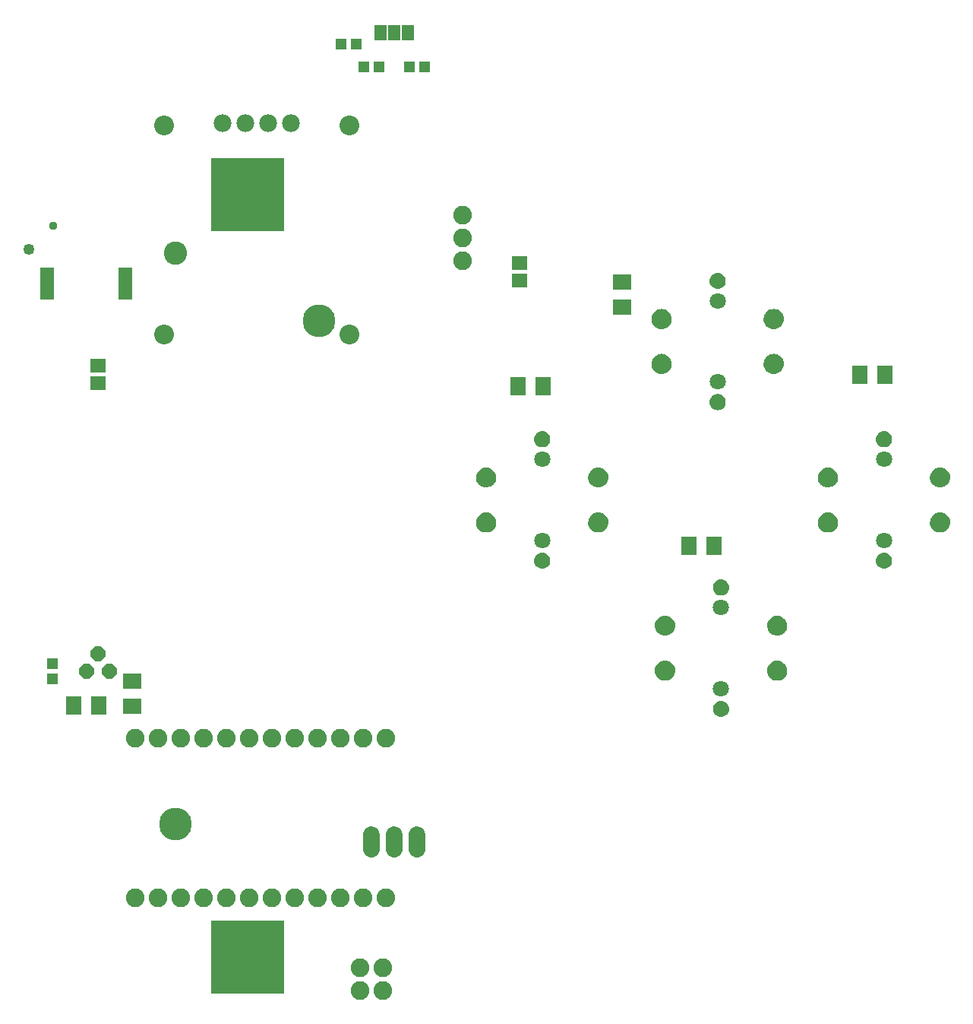
<source format=gbr>
G04 EAGLE Gerber X2 export*
G75*
%MOMM*%
%FSLAX34Y34*%
%LPD*%
%AMOC8*
5,1,8,0,0,1.08239X$1,22.5*%
G01*
%ADD10C,1.803200*%
%ADD11R,1.303200X1.203200*%
%ADD12R,1.203200X1.303200*%
%ADD13C,2.082800*%
%ADD14C,0.953200*%
%ADD15C,1.253200*%
%ADD16R,1.503200X3.603200*%
%ADD17R,1.803200X2.003200*%
%ADD18R,2.003200X1.803200*%
%ADD19R,1.803200X1.503200*%
%ADD20R,1.371600X1.803400*%
%ADD21P,1.759533X8X22.500000*%
%ADD22C,1.981200*%
%ADD23C,2.203200*%
%ADD24R,8.203200X8.203200*%
%ADD25C,3.653200*%
%ADD26C,2.593200*%
%ADD27C,1.828800*%

G36*
X1018924Y586270D02*
X1018924Y586270D01*
X1018967Y586282D01*
X1019033Y586289D01*
X1020829Y586771D01*
X1020846Y586779D01*
X1020852Y586780D01*
X1020866Y586788D01*
X1020869Y586790D01*
X1020933Y586809D01*
X1022618Y587594D01*
X1022655Y587620D01*
X1022714Y587650D01*
X1024237Y588716D01*
X1024268Y588748D01*
X1024322Y588787D01*
X1025637Y590102D01*
X1025662Y590139D01*
X1025708Y590187D01*
X1026774Y591710D01*
X1026793Y591751D01*
X1026830Y591806D01*
X1027615Y593491D01*
X1027627Y593534D01*
X1027653Y593595D01*
X1028135Y595391D01*
X1028138Y595436D01*
X1028154Y595500D01*
X1028316Y597353D01*
X1028311Y597401D01*
X1028314Y597478D01*
X1028087Y599532D01*
X1028082Y599550D01*
X1028081Y599556D01*
X1028076Y599569D01*
X1028073Y599578D01*
X1028061Y599653D01*
X1027438Y601624D01*
X1027415Y601666D01*
X1027389Y601738D01*
X1026393Y603549D01*
X1026384Y603559D01*
X1026380Y603569D01*
X1026358Y603593D01*
X1026322Y603651D01*
X1024992Y605233D01*
X1024955Y605263D01*
X1024903Y605320D01*
X1023290Y606611D01*
X1023248Y606634D01*
X1023186Y606679D01*
X1021352Y607631D01*
X1021306Y607645D01*
X1021236Y607677D01*
X1019252Y608253D01*
X1019204Y608258D01*
X1019129Y608276D01*
X1017071Y608454D01*
X1017027Y608450D01*
X1016961Y608454D01*
X1014903Y608276D01*
X1014856Y608264D01*
X1014780Y608253D01*
X1012796Y607677D01*
X1012752Y607656D01*
X1012680Y607631D01*
X1010846Y606679D01*
X1010808Y606650D01*
X1010742Y606611D01*
X1009129Y605320D01*
X1009097Y605283D01*
X1009040Y605233D01*
X1007710Y603651D01*
X1007686Y603609D01*
X1007639Y603549D01*
X1006643Y601738D01*
X1006628Y601692D01*
X1006594Y601624D01*
X1005971Y599653D01*
X1005964Y599606D01*
X1005945Y599532D01*
X1005718Y597478D01*
X1005721Y597430D01*
X1005716Y597353D01*
X1005878Y595500D01*
X1005890Y595457D01*
X1005897Y595391D01*
X1006379Y593595D01*
X1006398Y593555D01*
X1006417Y593491D01*
X1007202Y591806D01*
X1007228Y591769D01*
X1007258Y591710D01*
X1008324Y590187D01*
X1008356Y590156D01*
X1008395Y590102D01*
X1009710Y588787D01*
X1009747Y588762D01*
X1009795Y588716D01*
X1011318Y587650D01*
X1011359Y587631D01*
X1011414Y587594D01*
X1013099Y586809D01*
X1013142Y586797D01*
X1013203Y586771D01*
X1014999Y586289D01*
X1015044Y586286D01*
X1015108Y586270D01*
X1016961Y586108D01*
X1017005Y586112D01*
X1017071Y586108D01*
X1018924Y586270D01*
G37*
G36*
X958472Y812838D02*
X958472Y812838D01*
X958515Y812850D01*
X958581Y812857D01*
X960377Y813339D01*
X960394Y813347D01*
X960400Y813348D01*
X960414Y813356D01*
X960417Y813358D01*
X960481Y813377D01*
X962166Y814162D01*
X962203Y814188D01*
X962262Y814218D01*
X963785Y815284D01*
X963816Y815316D01*
X963870Y815355D01*
X965185Y816670D01*
X965210Y816707D01*
X965256Y816755D01*
X966322Y818278D01*
X966341Y818319D01*
X966378Y818374D01*
X967163Y820059D01*
X967175Y820102D01*
X967201Y820163D01*
X967683Y821959D01*
X967686Y822004D01*
X967702Y822068D01*
X967864Y823921D01*
X967859Y823969D01*
X967862Y824046D01*
X967635Y826100D01*
X967630Y826118D01*
X967629Y826124D01*
X967624Y826137D01*
X967621Y826146D01*
X967609Y826221D01*
X966986Y828192D01*
X966963Y828234D01*
X966937Y828306D01*
X965941Y830117D01*
X965932Y830127D01*
X965928Y830137D01*
X965906Y830161D01*
X965870Y830219D01*
X964540Y831801D01*
X964503Y831831D01*
X964451Y831888D01*
X962838Y833179D01*
X962796Y833202D01*
X962734Y833247D01*
X960900Y834199D01*
X960854Y834213D01*
X960784Y834245D01*
X958800Y834821D01*
X958752Y834826D01*
X958677Y834844D01*
X956619Y835022D01*
X956575Y835018D01*
X956509Y835022D01*
X954451Y834844D01*
X954404Y834832D01*
X954328Y834821D01*
X952344Y834245D01*
X952300Y834224D01*
X952228Y834199D01*
X950394Y833247D01*
X950356Y833218D01*
X950290Y833179D01*
X948677Y831888D01*
X948645Y831851D01*
X948588Y831801D01*
X947258Y830219D01*
X947234Y830177D01*
X947187Y830117D01*
X946191Y828306D01*
X946176Y828260D01*
X946142Y828192D01*
X945519Y826221D01*
X945512Y826174D01*
X945493Y826100D01*
X945266Y824046D01*
X945269Y823998D01*
X945264Y823921D01*
X945426Y822068D01*
X945438Y822025D01*
X945445Y821959D01*
X945927Y820163D01*
X945946Y820123D01*
X945965Y820059D01*
X946750Y818374D01*
X946776Y818337D01*
X946806Y818278D01*
X947872Y816755D01*
X947904Y816724D01*
X947943Y816670D01*
X949258Y815355D01*
X949295Y815330D01*
X949343Y815284D01*
X950866Y814218D01*
X950907Y814199D01*
X950962Y814162D01*
X952647Y813377D01*
X952690Y813365D01*
X952751Y813339D01*
X954547Y812857D01*
X954592Y812854D01*
X954656Y812838D01*
X956509Y812676D01*
X956553Y812680D01*
X956619Y812676D01*
X958472Y812838D01*
G37*
G36*
X833504Y812838D02*
X833504Y812838D01*
X833547Y812850D01*
X833613Y812857D01*
X835409Y813339D01*
X835426Y813347D01*
X835432Y813348D01*
X835446Y813356D01*
X835449Y813358D01*
X835513Y813377D01*
X837198Y814162D01*
X837235Y814188D01*
X837294Y814218D01*
X838817Y815284D01*
X838848Y815316D01*
X838902Y815355D01*
X840217Y816670D01*
X840242Y816707D01*
X840288Y816755D01*
X841354Y818278D01*
X841373Y818319D01*
X841410Y818374D01*
X842195Y820059D01*
X842207Y820102D01*
X842233Y820163D01*
X842715Y821959D01*
X842718Y822004D01*
X842734Y822068D01*
X842896Y823921D01*
X842891Y823969D01*
X842894Y824046D01*
X842667Y826100D01*
X842662Y826118D01*
X842661Y826124D01*
X842656Y826137D01*
X842653Y826146D01*
X842641Y826221D01*
X842018Y828192D01*
X841995Y828234D01*
X841969Y828306D01*
X840973Y830117D01*
X840964Y830127D01*
X840960Y830137D01*
X840938Y830161D01*
X840902Y830219D01*
X839572Y831801D01*
X839535Y831831D01*
X839483Y831888D01*
X837870Y833179D01*
X837828Y833202D01*
X837766Y833247D01*
X835932Y834199D01*
X835886Y834213D01*
X835816Y834245D01*
X833832Y834821D01*
X833784Y834826D01*
X833709Y834844D01*
X831651Y835022D01*
X831607Y835018D01*
X831541Y835022D01*
X829483Y834844D01*
X829436Y834832D01*
X829360Y834821D01*
X827376Y834245D01*
X827332Y834224D01*
X827260Y834199D01*
X825426Y833247D01*
X825388Y833218D01*
X825322Y833179D01*
X823709Y831888D01*
X823677Y831851D01*
X823620Y831801D01*
X822290Y830219D01*
X822266Y830177D01*
X822219Y830117D01*
X821223Y828306D01*
X821208Y828260D01*
X821174Y828192D01*
X820551Y826221D01*
X820544Y826174D01*
X820525Y826100D01*
X820298Y824046D01*
X820301Y823998D01*
X820296Y823921D01*
X820458Y822068D01*
X820470Y822025D01*
X820477Y821959D01*
X820959Y820163D01*
X820978Y820123D01*
X820997Y820059D01*
X821782Y818374D01*
X821808Y818337D01*
X821838Y818278D01*
X822904Y816755D01*
X822936Y816724D01*
X822975Y816670D01*
X824290Y815355D01*
X824327Y815330D01*
X824375Y815284D01*
X825898Y814218D01*
X825939Y814199D01*
X825994Y814162D01*
X827679Y813377D01*
X827722Y813365D01*
X827783Y813339D01*
X829579Y812857D01*
X829624Y812854D01*
X829688Y812838D01*
X831541Y812676D01*
X831585Y812680D01*
X831651Y812676D01*
X833504Y812838D01*
G37*
G36*
X833504Y762800D02*
X833504Y762800D01*
X833547Y762812D01*
X833613Y762819D01*
X835409Y763301D01*
X835426Y763309D01*
X835432Y763310D01*
X835446Y763318D01*
X835449Y763320D01*
X835513Y763339D01*
X837198Y764124D01*
X837235Y764150D01*
X837294Y764180D01*
X838817Y765246D01*
X838848Y765278D01*
X838902Y765317D01*
X840217Y766632D01*
X840242Y766669D01*
X840288Y766717D01*
X841354Y768240D01*
X841373Y768281D01*
X841410Y768336D01*
X842195Y770021D01*
X842207Y770064D01*
X842233Y770125D01*
X842715Y771921D01*
X842718Y771966D01*
X842734Y772030D01*
X842896Y773883D01*
X842891Y773931D01*
X842894Y774008D01*
X842667Y776062D01*
X842662Y776080D01*
X842661Y776086D01*
X842656Y776099D01*
X842653Y776108D01*
X842641Y776183D01*
X842018Y778154D01*
X841995Y778196D01*
X841969Y778268D01*
X840973Y780079D01*
X840964Y780089D01*
X840960Y780099D01*
X840938Y780123D01*
X840902Y780181D01*
X839572Y781763D01*
X839535Y781793D01*
X839483Y781850D01*
X837870Y783141D01*
X837828Y783164D01*
X837766Y783209D01*
X835932Y784161D01*
X835886Y784175D01*
X835816Y784207D01*
X833832Y784783D01*
X833784Y784788D01*
X833709Y784806D01*
X831651Y784984D01*
X831607Y784980D01*
X831541Y784984D01*
X829483Y784806D01*
X829436Y784794D01*
X829360Y784783D01*
X827376Y784207D01*
X827332Y784186D01*
X827260Y784161D01*
X825426Y783209D01*
X825388Y783180D01*
X825322Y783141D01*
X823709Y781850D01*
X823677Y781813D01*
X823620Y781763D01*
X822290Y780181D01*
X822266Y780139D01*
X822219Y780079D01*
X821223Y778268D01*
X821208Y778222D01*
X821174Y778154D01*
X820551Y776183D01*
X820544Y776136D01*
X820525Y776062D01*
X820298Y774008D01*
X820301Y773960D01*
X820296Y773883D01*
X820458Y772030D01*
X820470Y771987D01*
X820477Y771921D01*
X820959Y770125D01*
X820978Y770085D01*
X820997Y770021D01*
X821782Y768336D01*
X821808Y768299D01*
X821838Y768240D01*
X822904Y766717D01*
X822936Y766686D01*
X822975Y766632D01*
X824290Y765317D01*
X824327Y765292D01*
X824375Y765246D01*
X825898Y764180D01*
X825939Y764161D01*
X825994Y764124D01*
X827679Y763339D01*
X827722Y763327D01*
X827783Y763301D01*
X829579Y762819D01*
X829624Y762816D01*
X829688Y762800D01*
X831541Y762638D01*
X831585Y762642D01*
X831651Y762638D01*
X833504Y762800D01*
G37*
G36*
X958472Y762800D02*
X958472Y762800D01*
X958515Y762812D01*
X958581Y762819D01*
X960377Y763301D01*
X960394Y763309D01*
X960400Y763310D01*
X960414Y763318D01*
X960417Y763320D01*
X960481Y763339D01*
X962166Y764124D01*
X962203Y764150D01*
X962262Y764180D01*
X963785Y765246D01*
X963816Y765278D01*
X963870Y765317D01*
X965185Y766632D01*
X965210Y766669D01*
X965256Y766717D01*
X966322Y768240D01*
X966341Y768281D01*
X966378Y768336D01*
X967163Y770021D01*
X967175Y770064D01*
X967201Y770125D01*
X967683Y771921D01*
X967686Y771966D01*
X967702Y772030D01*
X967864Y773883D01*
X967859Y773931D01*
X967862Y774008D01*
X967635Y776062D01*
X967630Y776080D01*
X967629Y776086D01*
X967624Y776099D01*
X967621Y776108D01*
X967609Y776183D01*
X966986Y778154D01*
X966963Y778196D01*
X966937Y778268D01*
X965941Y780079D01*
X965932Y780089D01*
X965928Y780099D01*
X965906Y780123D01*
X965870Y780181D01*
X964540Y781763D01*
X964503Y781793D01*
X964451Y781850D01*
X962838Y783141D01*
X962796Y783164D01*
X962734Y783209D01*
X960900Y784161D01*
X960854Y784175D01*
X960784Y784207D01*
X958800Y784783D01*
X958752Y784788D01*
X958677Y784806D01*
X956619Y784984D01*
X956575Y784980D01*
X956509Y784984D01*
X954451Y784806D01*
X954404Y784794D01*
X954328Y784783D01*
X952344Y784207D01*
X952300Y784186D01*
X952228Y784161D01*
X950394Y783209D01*
X950356Y783180D01*
X950290Y783141D01*
X948677Y781850D01*
X948645Y781813D01*
X948588Y781763D01*
X947258Y780181D01*
X947234Y780139D01*
X947187Y780079D01*
X946191Y778268D01*
X946176Y778222D01*
X946142Y778154D01*
X945519Y776183D01*
X945512Y776136D01*
X945493Y776062D01*
X945266Y774008D01*
X945269Y773960D01*
X945264Y773883D01*
X945426Y772030D01*
X945438Y771987D01*
X945445Y771921D01*
X945927Y770125D01*
X945946Y770085D01*
X945965Y770021D01*
X946750Y768336D01*
X946776Y768299D01*
X946806Y768240D01*
X947872Y766717D01*
X947904Y766686D01*
X947943Y766632D01*
X949258Y765317D01*
X949295Y765292D01*
X949343Y765246D01*
X950866Y764180D01*
X950907Y764161D01*
X950962Y764124D01*
X952647Y763339D01*
X952690Y763327D01*
X952751Y763301D01*
X954547Y762819D01*
X954592Y762816D01*
X954656Y762800D01*
X956509Y762638D01*
X956553Y762642D01*
X956619Y762638D01*
X958472Y762800D01*
G37*
G36*
X837314Y421170D02*
X837314Y421170D01*
X837357Y421182D01*
X837423Y421189D01*
X839219Y421671D01*
X839236Y421679D01*
X839242Y421680D01*
X839256Y421688D01*
X839259Y421690D01*
X839323Y421709D01*
X841008Y422494D01*
X841045Y422520D01*
X841104Y422550D01*
X842627Y423616D01*
X842658Y423648D01*
X842712Y423687D01*
X844027Y425002D01*
X844052Y425039D01*
X844098Y425087D01*
X845164Y426610D01*
X845183Y426651D01*
X845220Y426706D01*
X846005Y428391D01*
X846017Y428434D01*
X846043Y428495D01*
X846525Y430291D01*
X846528Y430336D01*
X846544Y430400D01*
X846706Y432253D01*
X846701Y432301D01*
X846704Y432378D01*
X846477Y434432D01*
X846472Y434450D01*
X846471Y434456D01*
X846466Y434469D01*
X846463Y434478D01*
X846451Y434553D01*
X845828Y436524D01*
X845805Y436566D01*
X845779Y436638D01*
X844783Y438449D01*
X844774Y438459D01*
X844770Y438469D01*
X844748Y438493D01*
X844712Y438551D01*
X843382Y440133D01*
X843345Y440163D01*
X843293Y440220D01*
X841680Y441511D01*
X841638Y441534D01*
X841576Y441579D01*
X839742Y442531D01*
X839696Y442545D01*
X839626Y442577D01*
X837642Y443153D01*
X837594Y443158D01*
X837519Y443176D01*
X835461Y443354D01*
X835417Y443350D01*
X835351Y443354D01*
X833293Y443176D01*
X833246Y443164D01*
X833170Y443153D01*
X831186Y442577D01*
X831142Y442556D01*
X831070Y442531D01*
X829236Y441579D01*
X829198Y441550D01*
X829132Y441511D01*
X827519Y440220D01*
X827487Y440183D01*
X827430Y440133D01*
X826100Y438551D01*
X826076Y438509D01*
X826029Y438449D01*
X825033Y436638D01*
X825018Y436592D01*
X824984Y436524D01*
X824361Y434553D01*
X824354Y434506D01*
X824335Y434432D01*
X824108Y432378D01*
X824111Y432330D01*
X824106Y432253D01*
X824268Y430400D01*
X824280Y430357D01*
X824287Y430291D01*
X824769Y428495D01*
X824788Y428455D01*
X824807Y428391D01*
X825592Y426706D01*
X825618Y426669D01*
X825648Y426610D01*
X826714Y425087D01*
X826746Y425056D01*
X826785Y425002D01*
X828100Y423687D01*
X828137Y423662D01*
X828185Y423616D01*
X829708Y422550D01*
X829749Y422531D01*
X829804Y422494D01*
X831489Y421709D01*
X831532Y421697D01*
X831593Y421671D01*
X833389Y421189D01*
X833434Y421186D01*
X833498Y421170D01*
X835351Y421008D01*
X835395Y421012D01*
X835461Y421008D01*
X837314Y421170D01*
G37*
G36*
X962282Y421170D02*
X962282Y421170D01*
X962325Y421182D01*
X962391Y421189D01*
X964187Y421671D01*
X964204Y421679D01*
X964210Y421680D01*
X964224Y421688D01*
X964227Y421690D01*
X964291Y421709D01*
X965976Y422494D01*
X966013Y422520D01*
X966072Y422550D01*
X967595Y423616D01*
X967626Y423648D01*
X967680Y423687D01*
X968995Y425002D01*
X969020Y425039D01*
X969066Y425087D01*
X970132Y426610D01*
X970151Y426651D01*
X970188Y426706D01*
X970973Y428391D01*
X970985Y428434D01*
X971011Y428495D01*
X971493Y430291D01*
X971496Y430336D01*
X971512Y430400D01*
X971674Y432253D01*
X971669Y432301D01*
X971672Y432378D01*
X971445Y434432D01*
X971440Y434450D01*
X971439Y434456D01*
X971434Y434469D01*
X971431Y434478D01*
X971419Y434553D01*
X970796Y436524D01*
X970773Y436566D01*
X970747Y436638D01*
X969751Y438449D01*
X969742Y438459D01*
X969738Y438469D01*
X969716Y438493D01*
X969680Y438551D01*
X968350Y440133D01*
X968313Y440163D01*
X968261Y440220D01*
X966648Y441511D01*
X966606Y441534D01*
X966544Y441579D01*
X964710Y442531D01*
X964664Y442545D01*
X964594Y442577D01*
X962610Y443153D01*
X962562Y443158D01*
X962487Y443176D01*
X960429Y443354D01*
X960385Y443350D01*
X960319Y443354D01*
X958261Y443176D01*
X958214Y443164D01*
X958138Y443153D01*
X956154Y442577D01*
X956110Y442556D01*
X956038Y442531D01*
X954204Y441579D01*
X954166Y441550D01*
X954100Y441511D01*
X952487Y440220D01*
X952455Y440183D01*
X952398Y440133D01*
X951068Y438551D01*
X951044Y438509D01*
X950997Y438449D01*
X950001Y436638D01*
X949986Y436592D01*
X949952Y436524D01*
X949329Y434553D01*
X949322Y434506D01*
X949303Y434432D01*
X949076Y432378D01*
X949079Y432330D01*
X949074Y432253D01*
X949236Y430400D01*
X949248Y430357D01*
X949255Y430291D01*
X949737Y428495D01*
X949756Y428455D01*
X949775Y428391D01*
X950560Y426706D01*
X950586Y426669D01*
X950616Y426610D01*
X951682Y425087D01*
X951714Y425056D01*
X951753Y425002D01*
X953068Y423687D01*
X953105Y423662D01*
X953153Y423616D01*
X954676Y422550D01*
X954717Y422531D01*
X954772Y422494D01*
X956457Y421709D01*
X956500Y421697D01*
X956561Y421671D01*
X958357Y421189D01*
X958402Y421186D01*
X958466Y421170D01*
X960319Y421008D01*
X960363Y421012D01*
X960429Y421008D01*
X962282Y421170D01*
G37*
G36*
X837314Y471208D02*
X837314Y471208D01*
X837357Y471220D01*
X837423Y471227D01*
X839219Y471709D01*
X839236Y471717D01*
X839242Y471718D01*
X839256Y471726D01*
X839259Y471728D01*
X839323Y471747D01*
X841008Y472532D01*
X841045Y472558D01*
X841104Y472588D01*
X842627Y473654D01*
X842658Y473686D01*
X842712Y473725D01*
X844027Y475040D01*
X844052Y475077D01*
X844098Y475125D01*
X845164Y476648D01*
X845183Y476689D01*
X845220Y476744D01*
X846005Y478429D01*
X846017Y478472D01*
X846043Y478533D01*
X846525Y480329D01*
X846528Y480374D01*
X846544Y480438D01*
X846706Y482291D01*
X846701Y482339D01*
X846704Y482416D01*
X846477Y484470D01*
X846472Y484488D01*
X846471Y484494D01*
X846466Y484507D01*
X846463Y484516D01*
X846451Y484591D01*
X845828Y486562D01*
X845805Y486604D01*
X845779Y486676D01*
X844783Y488487D01*
X844774Y488497D01*
X844770Y488507D01*
X844748Y488531D01*
X844712Y488589D01*
X843382Y490171D01*
X843345Y490201D01*
X843293Y490258D01*
X841680Y491549D01*
X841638Y491572D01*
X841576Y491617D01*
X839742Y492569D01*
X839696Y492583D01*
X839626Y492615D01*
X837642Y493191D01*
X837594Y493196D01*
X837519Y493214D01*
X835461Y493392D01*
X835417Y493388D01*
X835351Y493392D01*
X833293Y493214D01*
X833246Y493202D01*
X833170Y493191D01*
X831186Y492615D01*
X831142Y492594D01*
X831070Y492569D01*
X829236Y491617D01*
X829198Y491588D01*
X829132Y491549D01*
X827519Y490258D01*
X827487Y490221D01*
X827430Y490171D01*
X826100Y488589D01*
X826076Y488547D01*
X826029Y488487D01*
X825033Y486676D01*
X825018Y486630D01*
X824984Y486562D01*
X824361Y484591D01*
X824354Y484544D01*
X824335Y484470D01*
X824108Y482416D01*
X824111Y482368D01*
X824106Y482291D01*
X824268Y480438D01*
X824280Y480395D01*
X824287Y480329D01*
X824769Y478533D01*
X824788Y478493D01*
X824807Y478429D01*
X825592Y476744D01*
X825618Y476707D01*
X825648Y476648D01*
X826714Y475125D01*
X826746Y475094D01*
X826785Y475040D01*
X828100Y473725D01*
X828137Y473700D01*
X828185Y473654D01*
X829708Y472588D01*
X829749Y472569D01*
X829804Y472532D01*
X831489Y471747D01*
X831532Y471735D01*
X831593Y471709D01*
X833389Y471227D01*
X833434Y471224D01*
X833498Y471208D01*
X835351Y471046D01*
X835395Y471050D01*
X835461Y471046D01*
X837314Y471208D01*
G37*
G36*
X762892Y636308D02*
X762892Y636308D01*
X762935Y636320D01*
X763001Y636327D01*
X764797Y636809D01*
X764814Y636817D01*
X764820Y636818D01*
X764834Y636826D01*
X764837Y636828D01*
X764901Y636847D01*
X766586Y637632D01*
X766623Y637658D01*
X766682Y637688D01*
X768205Y638754D01*
X768236Y638786D01*
X768290Y638825D01*
X769605Y640140D01*
X769630Y640177D01*
X769676Y640225D01*
X770742Y641748D01*
X770761Y641789D01*
X770798Y641844D01*
X771583Y643529D01*
X771595Y643572D01*
X771621Y643633D01*
X772103Y645429D01*
X772106Y645474D01*
X772122Y645538D01*
X772284Y647391D01*
X772279Y647439D01*
X772282Y647516D01*
X772055Y649570D01*
X772050Y649588D01*
X772049Y649594D01*
X772044Y649607D01*
X772041Y649616D01*
X772029Y649691D01*
X771406Y651662D01*
X771383Y651704D01*
X771357Y651776D01*
X770361Y653587D01*
X770352Y653597D01*
X770348Y653607D01*
X770326Y653631D01*
X770290Y653689D01*
X768960Y655271D01*
X768923Y655301D01*
X768871Y655358D01*
X767258Y656649D01*
X767216Y656672D01*
X767154Y656717D01*
X765320Y657669D01*
X765274Y657683D01*
X765204Y657715D01*
X763220Y658291D01*
X763172Y658296D01*
X763097Y658314D01*
X761039Y658492D01*
X760995Y658488D01*
X760929Y658492D01*
X758871Y658314D01*
X758824Y658302D01*
X758748Y658291D01*
X756764Y657715D01*
X756720Y657694D01*
X756648Y657669D01*
X754814Y656717D01*
X754776Y656688D01*
X754710Y656649D01*
X753097Y655358D01*
X753065Y655321D01*
X753008Y655271D01*
X751678Y653689D01*
X751654Y653647D01*
X751607Y653587D01*
X750611Y651776D01*
X750596Y651730D01*
X750562Y651662D01*
X749939Y649691D01*
X749932Y649644D01*
X749913Y649570D01*
X749686Y647516D01*
X749689Y647468D01*
X749684Y647391D01*
X749846Y645538D01*
X749858Y645495D01*
X749865Y645429D01*
X750347Y643633D01*
X750366Y643593D01*
X750385Y643529D01*
X751170Y641844D01*
X751196Y641807D01*
X751226Y641748D01*
X752292Y640225D01*
X752324Y640194D01*
X752363Y640140D01*
X753678Y638825D01*
X753715Y638800D01*
X753763Y638754D01*
X755286Y637688D01*
X755327Y637669D01*
X755382Y637632D01*
X757067Y636847D01*
X757110Y636835D01*
X757171Y636809D01*
X758967Y636327D01*
X759012Y636324D01*
X759076Y636308D01*
X760929Y636146D01*
X760973Y636150D01*
X761039Y636146D01*
X762892Y636308D01*
G37*
G36*
X1018924Y636308D02*
X1018924Y636308D01*
X1018967Y636320D01*
X1019033Y636327D01*
X1020829Y636809D01*
X1020846Y636817D01*
X1020852Y636818D01*
X1020866Y636826D01*
X1020869Y636828D01*
X1020933Y636847D01*
X1022618Y637632D01*
X1022655Y637658D01*
X1022714Y637688D01*
X1024237Y638754D01*
X1024268Y638786D01*
X1024322Y638825D01*
X1025637Y640140D01*
X1025662Y640177D01*
X1025708Y640225D01*
X1026774Y641748D01*
X1026793Y641789D01*
X1026830Y641844D01*
X1027615Y643529D01*
X1027627Y643572D01*
X1027653Y643633D01*
X1028135Y645429D01*
X1028138Y645474D01*
X1028154Y645538D01*
X1028316Y647391D01*
X1028311Y647439D01*
X1028314Y647516D01*
X1028087Y649570D01*
X1028082Y649588D01*
X1028081Y649594D01*
X1028076Y649607D01*
X1028073Y649616D01*
X1028061Y649691D01*
X1027438Y651662D01*
X1027415Y651704D01*
X1027389Y651776D01*
X1026393Y653587D01*
X1026384Y653597D01*
X1026380Y653607D01*
X1026358Y653631D01*
X1026322Y653689D01*
X1024992Y655271D01*
X1024955Y655301D01*
X1024903Y655358D01*
X1023290Y656649D01*
X1023248Y656672D01*
X1023186Y656717D01*
X1021352Y657669D01*
X1021306Y657683D01*
X1021236Y657715D01*
X1019252Y658291D01*
X1019204Y658296D01*
X1019129Y658314D01*
X1017071Y658492D01*
X1017027Y658488D01*
X1016961Y658492D01*
X1014903Y658314D01*
X1014856Y658302D01*
X1014780Y658291D01*
X1012796Y657715D01*
X1012752Y657694D01*
X1012680Y657669D01*
X1010846Y656717D01*
X1010808Y656688D01*
X1010742Y656649D01*
X1009129Y655358D01*
X1009097Y655321D01*
X1009040Y655271D01*
X1007710Y653689D01*
X1007686Y653647D01*
X1007639Y653587D01*
X1006643Y651776D01*
X1006628Y651730D01*
X1006594Y651662D01*
X1005971Y649691D01*
X1005964Y649644D01*
X1005945Y649570D01*
X1005718Y647516D01*
X1005721Y647468D01*
X1005716Y647391D01*
X1005878Y645538D01*
X1005890Y645495D01*
X1005897Y645429D01*
X1006379Y643633D01*
X1006398Y643593D01*
X1006417Y643529D01*
X1007202Y641844D01*
X1007228Y641807D01*
X1007258Y641748D01*
X1008324Y640225D01*
X1008356Y640194D01*
X1008395Y640140D01*
X1009710Y638825D01*
X1009747Y638800D01*
X1009795Y638754D01*
X1011318Y637688D01*
X1011359Y637669D01*
X1011414Y637632D01*
X1013099Y636847D01*
X1013142Y636835D01*
X1013203Y636809D01*
X1014999Y636327D01*
X1015044Y636324D01*
X1015108Y636308D01*
X1016961Y636146D01*
X1017005Y636150D01*
X1017071Y636146D01*
X1018924Y636308D01*
G37*
G36*
X1143892Y636308D02*
X1143892Y636308D01*
X1143935Y636320D01*
X1144001Y636327D01*
X1145797Y636809D01*
X1145814Y636817D01*
X1145820Y636818D01*
X1145834Y636826D01*
X1145837Y636828D01*
X1145901Y636847D01*
X1147586Y637632D01*
X1147623Y637658D01*
X1147682Y637688D01*
X1149205Y638754D01*
X1149236Y638786D01*
X1149290Y638825D01*
X1150605Y640140D01*
X1150630Y640177D01*
X1150676Y640225D01*
X1151742Y641748D01*
X1151761Y641789D01*
X1151798Y641844D01*
X1152583Y643529D01*
X1152595Y643572D01*
X1152621Y643633D01*
X1153103Y645429D01*
X1153106Y645474D01*
X1153122Y645538D01*
X1153284Y647391D01*
X1153279Y647439D01*
X1153282Y647516D01*
X1153055Y649570D01*
X1153050Y649588D01*
X1153049Y649594D01*
X1153044Y649607D01*
X1153041Y649616D01*
X1153029Y649691D01*
X1152406Y651662D01*
X1152383Y651704D01*
X1152357Y651776D01*
X1151361Y653587D01*
X1151352Y653597D01*
X1151348Y653607D01*
X1151326Y653631D01*
X1151290Y653689D01*
X1149960Y655271D01*
X1149923Y655301D01*
X1149871Y655358D01*
X1148258Y656649D01*
X1148216Y656672D01*
X1148154Y656717D01*
X1146320Y657669D01*
X1146274Y657683D01*
X1146204Y657715D01*
X1144220Y658291D01*
X1144172Y658296D01*
X1144097Y658314D01*
X1142039Y658492D01*
X1141995Y658488D01*
X1141929Y658492D01*
X1139871Y658314D01*
X1139824Y658302D01*
X1139748Y658291D01*
X1137764Y657715D01*
X1137720Y657694D01*
X1137648Y657669D01*
X1135814Y656717D01*
X1135776Y656688D01*
X1135710Y656649D01*
X1134097Y655358D01*
X1134065Y655321D01*
X1134008Y655271D01*
X1132678Y653689D01*
X1132654Y653647D01*
X1132607Y653587D01*
X1131611Y651776D01*
X1131596Y651730D01*
X1131562Y651662D01*
X1130939Y649691D01*
X1130932Y649644D01*
X1130913Y649570D01*
X1130686Y647516D01*
X1130689Y647468D01*
X1130684Y647391D01*
X1130846Y645538D01*
X1130858Y645495D01*
X1130865Y645429D01*
X1131347Y643633D01*
X1131366Y643593D01*
X1131385Y643529D01*
X1132170Y641844D01*
X1132196Y641807D01*
X1132226Y641748D01*
X1133292Y640225D01*
X1133324Y640194D01*
X1133363Y640140D01*
X1134678Y638825D01*
X1134715Y638800D01*
X1134763Y638754D01*
X1136286Y637688D01*
X1136327Y637669D01*
X1136382Y637632D01*
X1138067Y636847D01*
X1138110Y636835D01*
X1138171Y636809D01*
X1139967Y636327D01*
X1140012Y636324D01*
X1140076Y636308D01*
X1141929Y636146D01*
X1141973Y636150D01*
X1142039Y636146D01*
X1143892Y636308D01*
G37*
G36*
X637924Y636308D02*
X637924Y636308D01*
X637967Y636320D01*
X638033Y636327D01*
X639829Y636809D01*
X639846Y636817D01*
X639852Y636818D01*
X639866Y636826D01*
X639869Y636828D01*
X639933Y636847D01*
X641618Y637632D01*
X641655Y637658D01*
X641714Y637688D01*
X643237Y638754D01*
X643268Y638786D01*
X643322Y638825D01*
X644637Y640140D01*
X644662Y640177D01*
X644708Y640225D01*
X645774Y641748D01*
X645793Y641789D01*
X645830Y641844D01*
X646615Y643529D01*
X646627Y643572D01*
X646653Y643633D01*
X647135Y645429D01*
X647138Y645474D01*
X647154Y645538D01*
X647316Y647391D01*
X647311Y647439D01*
X647314Y647516D01*
X647087Y649570D01*
X647082Y649588D01*
X647081Y649594D01*
X647076Y649607D01*
X647073Y649616D01*
X647061Y649691D01*
X646438Y651662D01*
X646415Y651704D01*
X646389Y651776D01*
X645393Y653587D01*
X645384Y653597D01*
X645380Y653607D01*
X645358Y653631D01*
X645322Y653689D01*
X643992Y655271D01*
X643955Y655301D01*
X643903Y655358D01*
X642290Y656649D01*
X642248Y656672D01*
X642186Y656717D01*
X640352Y657669D01*
X640306Y657683D01*
X640236Y657715D01*
X638252Y658291D01*
X638204Y658296D01*
X638129Y658314D01*
X636071Y658492D01*
X636027Y658488D01*
X635961Y658492D01*
X633903Y658314D01*
X633856Y658302D01*
X633780Y658291D01*
X631796Y657715D01*
X631752Y657694D01*
X631680Y657669D01*
X629846Y656717D01*
X629808Y656688D01*
X629742Y656649D01*
X628129Y655358D01*
X628097Y655321D01*
X628040Y655271D01*
X626710Y653689D01*
X626686Y653647D01*
X626639Y653587D01*
X625643Y651776D01*
X625628Y651730D01*
X625594Y651662D01*
X624971Y649691D01*
X624964Y649644D01*
X624945Y649570D01*
X624718Y647516D01*
X624721Y647468D01*
X624716Y647391D01*
X624878Y645538D01*
X624890Y645495D01*
X624897Y645429D01*
X625379Y643633D01*
X625398Y643593D01*
X625417Y643529D01*
X626202Y641844D01*
X626228Y641807D01*
X626258Y641748D01*
X627324Y640225D01*
X627356Y640194D01*
X627395Y640140D01*
X628710Y638825D01*
X628747Y638800D01*
X628795Y638754D01*
X630318Y637688D01*
X630359Y637669D01*
X630414Y637632D01*
X632099Y636847D01*
X632142Y636835D01*
X632203Y636809D01*
X633999Y636327D01*
X634044Y636324D01*
X634108Y636308D01*
X635961Y636146D01*
X636005Y636150D01*
X636071Y636146D01*
X637924Y636308D01*
G37*
G36*
X962282Y471208D02*
X962282Y471208D01*
X962325Y471220D01*
X962391Y471227D01*
X964187Y471709D01*
X964204Y471717D01*
X964210Y471718D01*
X964224Y471726D01*
X964227Y471728D01*
X964291Y471747D01*
X965976Y472532D01*
X966013Y472558D01*
X966072Y472588D01*
X967595Y473654D01*
X967626Y473686D01*
X967680Y473725D01*
X968995Y475040D01*
X969020Y475077D01*
X969066Y475125D01*
X970132Y476648D01*
X970151Y476689D01*
X970188Y476744D01*
X970973Y478429D01*
X970985Y478472D01*
X971011Y478533D01*
X971493Y480329D01*
X971496Y480374D01*
X971512Y480438D01*
X971674Y482291D01*
X971669Y482339D01*
X971672Y482416D01*
X971445Y484470D01*
X971440Y484488D01*
X971439Y484494D01*
X971434Y484507D01*
X971431Y484516D01*
X971419Y484591D01*
X970796Y486562D01*
X970773Y486604D01*
X970747Y486676D01*
X969751Y488487D01*
X969742Y488497D01*
X969738Y488507D01*
X969716Y488531D01*
X969680Y488589D01*
X968350Y490171D01*
X968313Y490201D01*
X968261Y490258D01*
X966648Y491549D01*
X966606Y491572D01*
X966544Y491617D01*
X964710Y492569D01*
X964664Y492583D01*
X964594Y492615D01*
X962610Y493191D01*
X962562Y493196D01*
X962487Y493214D01*
X960429Y493392D01*
X960385Y493388D01*
X960319Y493392D01*
X958261Y493214D01*
X958214Y493202D01*
X958138Y493191D01*
X956154Y492615D01*
X956110Y492594D01*
X956038Y492569D01*
X954204Y491617D01*
X954166Y491588D01*
X954100Y491549D01*
X952487Y490258D01*
X952455Y490221D01*
X952398Y490171D01*
X951068Y488589D01*
X951044Y488547D01*
X950997Y488487D01*
X950001Y486676D01*
X949986Y486630D01*
X949952Y486562D01*
X949329Y484591D01*
X949322Y484544D01*
X949303Y484470D01*
X949076Y482416D01*
X949079Y482368D01*
X949074Y482291D01*
X949236Y480438D01*
X949248Y480395D01*
X949255Y480329D01*
X949737Y478533D01*
X949756Y478493D01*
X949775Y478429D01*
X950560Y476744D01*
X950586Y476707D01*
X950616Y476648D01*
X951682Y475125D01*
X951714Y475094D01*
X951753Y475040D01*
X953068Y473725D01*
X953105Y473700D01*
X953153Y473654D01*
X954676Y472588D01*
X954717Y472569D01*
X954772Y472532D01*
X956457Y471747D01*
X956500Y471735D01*
X956561Y471709D01*
X958357Y471227D01*
X958402Y471224D01*
X958466Y471208D01*
X960319Y471046D01*
X960363Y471050D01*
X960429Y471046D01*
X962282Y471208D01*
G37*
G36*
X1143892Y586270D02*
X1143892Y586270D01*
X1143935Y586282D01*
X1144001Y586289D01*
X1145797Y586771D01*
X1145814Y586779D01*
X1145820Y586780D01*
X1145834Y586788D01*
X1145837Y586790D01*
X1145901Y586809D01*
X1147586Y587594D01*
X1147623Y587620D01*
X1147682Y587650D01*
X1149205Y588716D01*
X1149236Y588748D01*
X1149290Y588787D01*
X1150605Y590102D01*
X1150630Y590139D01*
X1150676Y590187D01*
X1151742Y591710D01*
X1151761Y591751D01*
X1151798Y591806D01*
X1152583Y593491D01*
X1152595Y593534D01*
X1152621Y593595D01*
X1153103Y595391D01*
X1153106Y595436D01*
X1153122Y595500D01*
X1153284Y597353D01*
X1153279Y597401D01*
X1153282Y597478D01*
X1153055Y599532D01*
X1153050Y599550D01*
X1153049Y599556D01*
X1153044Y599569D01*
X1153041Y599578D01*
X1153029Y599653D01*
X1152406Y601624D01*
X1152383Y601666D01*
X1152357Y601738D01*
X1151361Y603549D01*
X1151352Y603559D01*
X1151348Y603569D01*
X1151326Y603593D01*
X1151290Y603651D01*
X1149960Y605233D01*
X1149923Y605263D01*
X1149871Y605320D01*
X1148258Y606611D01*
X1148216Y606634D01*
X1148154Y606679D01*
X1146320Y607631D01*
X1146274Y607645D01*
X1146204Y607677D01*
X1144220Y608253D01*
X1144172Y608258D01*
X1144097Y608276D01*
X1142039Y608454D01*
X1141995Y608450D01*
X1141929Y608454D01*
X1139871Y608276D01*
X1139824Y608264D01*
X1139748Y608253D01*
X1137764Y607677D01*
X1137720Y607656D01*
X1137648Y607631D01*
X1135814Y606679D01*
X1135776Y606650D01*
X1135710Y606611D01*
X1134097Y605320D01*
X1134065Y605283D01*
X1134008Y605233D01*
X1132678Y603651D01*
X1132654Y603609D01*
X1132607Y603549D01*
X1131611Y601738D01*
X1131596Y601692D01*
X1131562Y601624D01*
X1130939Y599653D01*
X1130932Y599606D01*
X1130913Y599532D01*
X1130686Y597478D01*
X1130689Y597430D01*
X1130684Y597353D01*
X1130846Y595500D01*
X1130858Y595457D01*
X1130865Y595391D01*
X1131347Y593595D01*
X1131366Y593555D01*
X1131385Y593491D01*
X1132170Y591806D01*
X1132196Y591769D01*
X1132226Y591710D01*
X1133292Y590187D01*
X1133324Y590156D01*
X1133363Y590102D01*
X1134678Y588787D01*
X1134715Y588762D01*
X1134763Y588716D01*
X1136286Y587650D01*
X1136327Y587631D01*
X1136382Y587594D01*
X1138067Y586809D01*
X1138110Y586797D01*
X1138171Y586771D01*
X1139967Y586289D01*
X1140012Y586286D01*
X1140076Y586270D01*
X1141929Y586108D01*
X1141973Y586112D01*
X1142039Y586108D01*
X1143892Y586270D01*
G37*
G36*
X762892Y586270D02*
X762892Y586270D01*
X762935Y586282D01*
X763001Y586289D01*
X764797Y586771D01*
X764814Y586779D01*
X764820Y586780D01*
X764834Y586788D01*
X764837Y586790D01*
X764901Y586809D01*
X766586Y587594D01*
X766623Y587620D01*
X766682Y587650D01*
X768205Y588716D01*
X768236Y588748D01*
X768290Y588787D01*
X769605Y590102D01*
X769630Y590139D01*
X769676Y590187D01*
X770742Y591710D01*
X770761Y591751D01*
X770798Y591806D01*
X771583Y593491D01*
X771595Y593534D01*
X771621Y593595D01*
X772103Y595391D01*
X772106Y595436D01*
X772122Y595500D01*
X772284Y597353D01*
X772279Y597401D01*
X772282Y597478D01*
X772055Y599532D01*
X772050Y599550D01*
X772049Y599556D01*
X772044Y599569D01*
X772041Y599578D01*
X772029Y599653D01*
X771406Y601624D01*
X771383Y601666D01*
X771357Y601738D01*
X770361Y603549D01*
X770352Y603559D01*
X770348Y603569D01*
X770326Y603593D01*
X770290Y603651D01*
X768960Y605233D01*
X768923Y605263D01*
X768871Y605320D01*
X767258Y606611D01*
X767216Y606634D01*
X767154Y606679D01*
X765320Y607631D01*
X765274Y607645D01*
X765204Y607677D01*
X763220Y608253D01*
X763172Y608258D01*
X763097Y608276D01*
X761039Y608454D01*
X760995Y608450D01*
X760929Y608454D01*
X758871Y608276D01*
X758824Y608264D01*
X758748Y608253D01*
X756764Y607677D01*
X756720Y607656D01*
X756648Y607631D01*
X754814Y606679D01*
X754776Y606650D01*
X754710Y606611D01*
X753097Y605320D01*
X753065Y605283D01*
X753008Y605233D01*
X751678Y603651D01*
X751654Y603609D01*
X751607Y603549D01*
X750611Y601738D01*
X750596Y601692D01*
X750562Y601624D01*
X749939Y599653D01*
X749932Y599606D01*
X749913Y599532D01*
X749686Y597478D01*
X749689Y597430D01*
X749684Y597353D01*
X749846Y595500D01*
X749858Y595457D01*
X749865Y595391D01*
X750347Y593595D01*
X750366Y593555D01*
X750385Y593491D01*
X751170Y591806D01*
X751196Y591769D01*
X751226Y591710D01*
X752292Y590187D01*
X752324Y590156D01*
X752363Y590102D01*
X753678Y588787D01*
X753715Y588762D01*
X753763Y588716D01*
X755286Y587650D01*
X755327Y587631D01*
X755382Y587594D01*
X757067Y586809D01*
X757110Y586797D01*
X757171Y586771D01*
X758967Y586289D01*
X759012Y586286D01*
X759076Y586270D01*
X760929Y586108D01*
X760973Y586112D01*
X761039Y586108D01*
X762892Y586270D01*
G37*
G36*
X637924Y586270D02*
X637924Y586270D01*
X637967Y586282D01*
X638033Y586289D01*
X639829Y586771D01*
X639846Y586779D01*
X639852Y586780D01*
X639866Y586788D01*
X639869Y586790D01*
X639933Y586809D01*
X641618Y587594D01*
X641655Y587620D01*
X641714Y587650D01*
X643237Y588716D01*
X643268Y588748D01*
X643322Y588787D01*
X644637Y590102D01*
X644662Y590139D01*
X644708Y590187D01*
X645774Y591710D01*
X645793Y591751D01*
X645830Y591806D01*
X646615Y593491D01*
X646627Y593534D01*
X646653Y593595D01*
X647135Y595391D01*
X647138Y595436D01*
X647154Y595500D01*
X647316Y597353D01*
X647311Y597401D01*
X647314Y597478D01*
X647087Y599532D01*
X647082Y599550D01*
X647081Y599556D01*
X647076Y599569D01*
X647073Y599578D01*
X647061Y599653D01*
X646438Y601624D01*
X646415Y601666D01*
X646389Y601738D01*
X645393Y603549D01*
X645384Y603559D01*
X645380Y603569D01*
X645358Y603593D01*
X645322Y603651D01*
X643992Y605233D01*
X643955Y605263D01*
X643903Y605320D01*
X642290Y606611D01*
X642248Y606634D01*
X642186Y606679D01*
X640352Y607631D01*
X640306Y607645D01*
X640236Y607677D01*
X638252Y608253D01*
X638204Y608258D01*
X638129Y608276D01*
X636071Y608454D01*
X636027Y608450D01*
X635961Y608454D01*
X633903Y608276D01*
X633856Y608264D01*
X633780Y608253D01*
X631796Y607677D01*
X631752Y607656D01*
X631680Y607631D01*
X629846Y606679D01*
X629808Y606650D01*
X629742Y606611D01*
X628129Y605320D01*
X628097Y605283D01*
X628040Y605233D01*
X626710Y603651D01*
X626686Y603609D01*
X626639Y603549D01*
X625643Y601738D01*
X625628Y601692D01*
X625594Y601624D01*
X624971Y599653D01*
X624964Y599606D01*
X624945Y599532D01*
X624718Y597478D01*
X624721Y597430D01*
X624716Y597353D01*
X624878Y595500D01*
X624890Y595457D01*
X624897Y595391D01*
X625379Y593595D01*
X625398Y593555D01*
X625417Y593491D01*
X626202Y591806D01*
X626228Y591769D01*
X626258Y591710D01*
X627324Y590187D01*
X627356Y590156D01*
X627395Y590102D01*
X628710Y588787D01*
X628747Y588762D01*
X628795Y588716D01*
X630318Y587650D01*
X630359Y587631D01*
X630414Y587594D01*
X632099Y586809D01*
X632142Y586797D01*
X632203Y586771D01*
X633999Y586289D01*
X634044Y586286D01*
X634108Y586270D01*
X635961Y586108D01*
X636005Y586112D01*
X636071Y586108D01*
X637924Y586270D01*
G37*
G36*
X700165Y545856D02*
X700165Y545856D01*
X700212Y545868D01*
X700288Y545878D01*
X701843Y546324D01*
X701887Y546345D01*
X701959Y546370D01*
X703398Y547111D01*
X703436Y547140D01*
X703502Y547178D01*
X704769Y548186D01*
X704801Y548222D01*
X704858Y548272D01*
X705904Y549507D01*
X705928Y549549D01*
X705975Y549610D01*
X706760Y551025D01*
X706775Y551071D01*
X706809Y551139D01*
X707303Y552681D01*
X707309Y552728D01*
X707329Y552802D01*
X707512Y554410D01*
X707509Y554458D01*
X707514Y554535D01*
X707375Y556197D01*
X707363Y556244D01*
X707353Y556320D01*
X706893Y557923D01*
X706871Y557966D01*
X706847Y558039D01*
X706082Y559521D01*
X706053Y559560D01*
X706015Y559626D01*
X704976Y560931D01*
X704940Y560963D01*
X704889Y561020D01*
X703616Y562098D01*
X703574Y562122D01*
X703513Y562168D01*
X702054Y562977D01*
X702008Y562992D01*
X701940Y563026D01*
X700351Y563534D01*
X700303Y563540D01*
X700229Y563560D01*
X698572Y563748D01*
X698521Y563745D01*
X698428Y563748D01*
X696771Y563560D01*
X696725Y563546D01*
X696649Y563534D01*
X695060Y563026D01*
X695018Y563003D01*
X694946Y562977D01*
X693487Y562168D01*
X693449Y562138D01*
X693384Y562098D01*
X692111Y561020D01*
X692080Y560983D01*
X692024Y560931D01*
X690985Y559626D01*
X690962Y559583D01*
X690918Y559521D01*
X690153Y558039D01*
X690139Y557993D01*
X690107Y557923D01*
X689647Y556320D01*
X689642Y556272D01*
X689625Y556197D01*
X689486Y554535D01*
X689491Y554487D01*
X689488Y554410D01*
X689671Y552802D01*
X689685Y552756D01*
X689697Y552681D01*
X690191Y551139D01*
X690214Y551097D01*
X690240Y551025D01*
X691025Y549610D01*
X691056Y549572D01*
X691096Y549507D01*
X692142Y548272D01*
X692179Y548242D01*
X692231Y548186D01*
X693498Y547178D01*
X693540Y547155D01*
X693602Y547111D01*
X695041Y546370D01*
X695087Y546356D01*
X695157Y546324D01*
X696712Y545878D01*
X696760Y545873D01*
X696835Y545856D01*
X698448Y545722D01*
X698490Y545726D01*
X698552Y545722D01*
X700165Y545856D01*
G37*
G36*
X1081165Y545856D02*
X1081165Y545856D01*
X1081212Y545868D01*
X1081288Y545878D01*
X1082843Y546324D01*
X1082887Y546345D01*
X1082959Y546370D01*
X1084398Y547111D01*
X1084436Y547140D01*
X1084502Y547178D01*
X1085769Y548186D01*
X1085801Y548222D01*
X1085858Y548272D01*
X1086904Y549507D01*
X1086928Y549549D01*
X1086975Y549610D01*
X1087760Y551025D01*
X1087775Y551071D01*
X1087809Y551139D01*
X1088303Y552681D01*
X1088309Y552728D01*
X1088329Y552802D01*
X1088512Y554410D01*
X1088509Y554458D01*
X1088514Y554535D01*
X1088375Y556197D01*
X1088363Y556244D01*
X1088353Y556320D01*
X1087893Y557923D01*
X1087871Y557966D01*
X1087847Y558039D01*
X1087082Y559521D01*
X1087053Y559560D01*
X1087015Y559626D01*
X1085976Y560931D01*
X1085940Y560963D01*
X1085889Y561020D01*
X1084616Y562098D01*
X1084574Y562122D01*
X1084513Y562168D01*
X1083054Y562977D01*
X1083008Y562992D01*
X1082940Y563026D01*
X1081351Y563534D01*
X1081303Y563540D01*
X1081229Y563560D01*
X1079572Y563748D01*
X1079521Y563745D01*
X1079428Y563748D01*
X1077771Y563560D01*
X1077725Y563546D01*
X1077649Y563534D01*
X1076060Y563026D01*
X1076018Y563003D01*
X1075946Y562977D01*
X1074487Y562168D01*
X1074449Y562138D01*
X1074384Y562098D01*
X1073111Y561020D01*
X1073080Y560983D01*
X1073024Y560931D01*
X1071985Y559626D01*
X1071962Y559583D01*
X1071918Y559521D01*
X1071153Y558039D01*
X1071139Y557993D01*
X1071107Y557923D01*
X1070647Y556320D01*
X1070642Y556272D01*
X1070625Y556197D01*
X1070486Y554535D01*
X1070491Y554487D01*
X1070488Y554410D01*
X1070671Y552802D01*
X1070685Y552756D01*
X1070697Y552681D01*
X1071191Y551139D01*
X1071214Y551097D01*
X1071240Y551025D01*
X1072025Y549610D01*
X1072056Y549572D01*
X1072096Y549507D01*
X1073142Y548272D01*
X1073179Y548242D01*
X1073231Y548186D01*
X1074498Y547178D01*
X1074540Y547155D01*
X1074602Y547111D01*
X1076041Y546370D01*
X1076087Y546356D01*
X1076157Y546324D01*
X1077712Y545878D01*
X1077760Y545873D01*
X1077835Y545856D01*
X1079448Y545722D01*
X1079490Y545726D01*
X1079552Y545722D01*
X1081165Y545856D01*
G37*
G36*
X899555Y515884D02*
X899555Y515884D01*
X899602Y515896D01*
X899678Y515906D01*
X901233Y516352D01*
X901277Y516373D01*
X901349Y516398D01*
X902788Y517139D01*
X902826Y517168D01*
X902892Y517206D01*
X904159Y518214D01*
X904191Y518250D01*
X904248Y518300D01*
X905294Y519535D01*
X905318Y519577D01*
X905365Y519638D01*
X906150Y521053D01*
X906165Y521099D01*
X906199Y521167D01*
X906693Y522709D01*
X906699Y522756D01*
X906719Y522830D01*
X906902Y524438D01*
X906899Y524486D01*
X906904Y524563D01*
X906765Y526225D01*
X906753Y526272D01*
X906743Y526348D01*
X906283Y527951D01*
X906261Y527994D01*
X906237Y528067D01*
X905472Y529549D01*
X905443Y529588D01*
X905405Y529654D01*
X904366Y530959D01*
X904330Y530991D01*
X904279Y531048D01*
X903006Y532126D01*
X902964Y532150D01*
X902903Y532196D01*
X901444Y533005D01*
X901398Y533020D01*
X901330Y533054D01*
X899741Y533562D01*
X899693Y533568D01*
X899619Y533588D01*
X897962Y533776D01*
X897911Y533773D01*
X897818Y533776D01*
X896161Y533588D01*
X896115Y533574D01*
X896039Y533562D01*
X894450Y533054D01*
X894408Y533031D01*
X894336Y533005D01*
X892877Y532196D01*
X892839Y532166D01*
X892774Y532126D01*
X891501Y531048D01*
X891470Y531011D01*
X891414Y530959D01*
X890375Y529654D01*
X890352Y529611D01*
X890308Y529549D01*
X889543Y528067D01*
X889529Y528021D01*
X889497Y527951D01*
X889037Y526348D01*
X889032Y526300D01*
X889015Y526225D01*
X888876Y524563D01*
X888881Y524515D01*
X888878Y524438D01*
X889061Y522830D01*
X889075Y522784D01*
X889087Y522709D01*
X889581Y521167D01*
X889604Y521125D01*
X889630Y521053D01*
X890415Y519638D01*
X890446Y519600D01*
X890486Y519535D01*
X891532Y518300D01*
X891569Y518270D01*
X891621Y518214D01*
X892888Y517206D01*
X892930Y517183D01*
X892992Y517139D01*
X894431Y516398D01*
X894477Y516384D01*
X894547Y516352D01*
X896102Y515906D01*
X896150Y515901D01*
X896225Y515884D01*
X897838Y515750D01*
X897880Y515754D01*
X897942Y515750D01*
X899555Y515884D01*
G37*
G36*
X895745Y857514D02*
X895745Y857514D01*
X895792Y857526D01*
X895868Y857536D01*
X897423Y857982D01*
X897467Y858003D01*
X897539Y858028D01*
X898978Y858769D01*
X899016Y858798D01*
X899082Y858836D01*
X900349Y859844D01*
X900381Y859880D01*
X900438Y859930D01*
X901484Y861165D01*
X901508Y861207D01*
X901555Y861268D01*
X902340Y862683D01*
X902355Y862729D01*
X902389Y862797D01*
X902883Y864339D01*
X902889Y864386D01*
X902909Y864460D01*
X903092Y866068D01*
X903089Y866116D01*
X903094Y866193D01*
X902955Y867855D01*
X902943Y867902D01*
X902933Y867978D01*
X902473Y869581D01*
X902451Y869624D01*
X902427Y869697D01*
X901662Y871179D01*
X901633Y871218D01*
X901595Y871284D01*
X900556Y872589D01*
X900520Y872621D01*
X900469Y872678D01*
X899196Y873756D01*
X899154Y873780D01*
X899093Y873826D01*
X897634Y874635D01*
X897588Y874650D01*
X897520Y874684D01*
X895931Y875192D01*
X895883Y875198D01*
X895809Y875218D01*
X894152Y875406D01*
X894101Y875403D01*
X894008Y875406D01*
X892351Y875218D01*
X892305Y875204D01*
X892229Y875192D01*
X890640Y874684D01*
X890598Y874661D01*
X890526Y874635D01*
X889067Y873826D01*
X889029Y873796D01*
X888964Y873756D01*
X887691Y872678D01*
X887660Y872641D01*
X887604Y872589D01*
X886565Y871284D01*
X886542Y871241D01*
X886498Y871179D01*
X885733Y869697D01*
X885719Y869651D01*
X885687Y869581D01*
X885227Y867978D01*
X885222Y867930D01*
X885205Y867855D01*
X885066Y866193D01*
X885071Y866145D01*
X885068Y866068D01*
X885251Y864460D01*
X885265Y864414D01*
X885277Y864339D01*
X885771Y862797D01*
X885794Y862755D01*
X885820Y862683D01*
X886605Y861268D01*
X886636Y861230D01*
X886676Y861165D01*
X887722Y859930D01*
X887759Y859900D01*
X887811Y859844D01*
X889078Y858836D01*
X889120Y858813D01*
X889182Y858769D01*
X890621Y858028D01*
X890667Y858014D01*
X890737Y857982D01*
X892292Y857536D01*
X892340Y857531D01*
X892415Y857514D01*
X894028Y857380D01*
X894070Y857384D01*
X894132Y857380D01*
X895745Y857514D01*
G37*
G36*
X1081165Y680984D02*
X1081165Y680984D01*
X1081212Y680996D01*
X1081288Y681006D01*
X1082843Y681452D01*
X1082887Y681473D01*
X1082959Y681498D01*
X1084398Y682239D01*
X1084436Y682268D01*
X1084502Y682306D01*
X1085769Y683314D01*
X1085801Y683350D01*
X1085858Y683400D01*
X1086904Y684635D01*
X1086928Y684677D01*
X1086975Y684738D01*
X1087760Y686153D01*
X1087775Y686199D01*
X1087809Y686267D01*
X1088303Y687809D01*
X1088309Y687856D01*
X1088329Y687930D01*
X1088512Y689538D01*
X1088509Y689586D01*
X1088514Y689663D01*
X1088375Y691325D01*
X1088363Y691372D01*
X1088353Y691448D01*
X1087893Y693051D01*
X1087871Y693094D01*
X1087847Y693167D01*
X1087082Y694649D01*
X1087053Y694688D01*
X1087015Y694754D01*
X1085976Y696059D01*
X1085940Y696091D01*
X1085889Y696148D01*
X1084616Y697226D01*
X1084574Y697250D01*
X1084513Y697296D01*
X1083054Y698105D01*
X1083008Y698120D01*
X1082940Y698154D01*
X1081351Y698662D01*
X1081303Y698668D01*
X1081229Y698688D01*
X1079572Y698876D01*
X1079521Y698873D01*
X1079428Y698876D01*
X1077771Y698688D01*
X1077725Y698674D01*
X1077649Y698662D01*
X1076060Y698154D01*
X1076018Y698131D01*
X1075946Y698105D01*
X1074487Y697296D01*
X1074449Y697266D01*
X1074384Y697226D01*
X1073111Y696148D01*
X1073080Y696111D01*
X1073024Y696059D01*
X1071985Y694754D01*
X1071962Y694711D01*
X1071918Y694649D01*
X1071153Y693167D01*
X1071139Y693121D01*
X1071107Y693051D01*
X1070647Y691448D01*
X1070642Y691400D01*
X1070625Y691325D01*
X1070486Y689663D01*
X1070491Y689615D01*
X1070488Y689538D01*
X1070671Y687930D01*
X1070685Y687884D01*
X1070697Y687809D01*
X1071191Y686267D01*
X1071214Y686225D01*
X1071240Y686153D01*
X1072025Y684738D01*
X1072056Y684700D01*
X1072096Y684635D01*
X1073142Y683400D01*
X1073179Y683370D01*
X1073231Y683314D01*
X1074498Y682306D01*
X1074540Y682283D01*
X1074602Y682239D01*
X1076041Y681498D01*
X1076087Y681484D01*
X1076157Y681452D01*
X1077712Y681006D01*
X1077760Y681001D01*
X1077835Y680984D01*
X1079448Y680850D01*
X1079490Y680854D01*
X1079552Y680850D01*
X1081165Y680984D01*
G37*
G36*
X700165Y680984D02*
X700165Y680984D01*
X700212Y680996D01*
X700288Y681006D01*
X701843Y681452D01*
X701887Y681473D01*
X701959Y681498D01*
X703398Y682239D01*
X703436Y682268D01*
X703502Y682306D01*
X704769Y683314D01*
X704801Y683350D01*
X704858Y683400D01*
X705904Y684635D01*
X705928Y684677D01*
X705975Y684738D01*
X706760Y686153D01*
X706775Y686199D01*
X706809Y686267D01*
X707303Y687809D01*
X707309Y687856D01*
X707329Y687930D01*
X707512Y689538D01*
X707509Y689586D01*
X707514Y689663D01*
X707375Y691325D01*
X707363Y691372D01*
X707353Y691448D01*
X706893Y693051D01*
X706871Y693094D01*
X706847Y693167D01*
X706082Y694649D01*
X706053Y694688D01*
X706015Y694754D01*
X704976Y696059D01*
X704940Y696091D01*
X704889Y696148D01*
X703616Y697226D01*
X703574Y697250D01*
X703513Y697296D01*
X702054Y698105D01*
X702008Y698120D01*
X701940Y698154D01*
X700351Y698662D01*
X700303Y698668D01*
X700229Y698688D01*
X698572Y698876D01*
X698521Y698873D01*
X698428Y698876D01*
X696771Y698688D01*
X696725Y698674D01*
X696649Y698662D01*
X695060Y698154D01*
X695018Y698131D01*
X694946Y698105D01*
X693487Y697296D01*
X693449Y697266D01*
X693384Y697226D01*
X692111Y696148D01*
X692080Y696111D01*
X692024Y696059D01*
X690985Y694754D01*
X690962Y694711D01*
X690918Y694649D01*
X690153Y693167D01*
X690139Y693121D01*
X690107Y693051D01*
X689647Y691448D01*
X689642Y691400D01*
X689625Y691325D01*
X689486Y689663D01*
X689491Y689615D01*
X689488Y689538D01*
X689671Y687930D01*
X689685Y687884D01*
X689697Y687809D01*
X690191Y686267D01*
X690214Y686225D01*
X690240Y686153D01*
X691025Y684738D01*
X691056Y684700D01*
X691096Y684635D01*
X692142Y683400D01*
X692179Y683370D01*
X692231Y683314D01*
X693498Y682306D01*
X693540Y682283D01*
X693602Y682239D01*
X695041Y681498D01*
X695087Y681484D01*
X695157Y681452D01*
X696712Y681006D01*
X696760Y681001D01*
X696835Y680984D01*
X698448Y680850D01*
X698490Y680854D01*
X698552Y680850D01*
X700165Y680984D01*
G37*
G36*
X895745Y722386D02*
X895745Y722386D01*
X895792Y722398D01*
X895868Y722408D01*
X897423Y722854D01*
X897467Y722875D01*
X897539Y722900D01*
X898978Y723641D01*
X899016Y723670D01*
X899082Y723708D01*
X900349Y724716D01*
X900381Y724752D01*
X900438Y724802D01*
X901484Y726037D01*
X901508Y726079D01*
X901555Y726140D01*
X902340Y727555D01*
X902355Y727601D01*
X902389Y727669D01*
X902883Y729211D01*
X902889Y729258D01*
X902909Y729332D01*
X903092Y730940D01*
X903089Y730988D01*
X903094Y731065D01*
X902955Y732727D01*
X902943Y732774D01*
X902933Y732850D01*
X902473Y734453D01*
X902451Y734496D01*
X902427Y734569D01*
X901662Y736051D01*
X901633Y736090D01*
X901595Y736156D01*
X900556Y737461D01*
X900520Y737493D01*
X900469Y737550D01*
X899196Y738628D01*
X899154Y738652D01*
X899093Y738698D01*
X897634Y739507D01*
X897588Y739522D01*
X897520Y739556D01*
X895931Y740064D01*
X895883Y740070D01*
X895809Y740090D01*
X894152Y740278D01*
X894101Y740275D01*
X894008Y740278D01*
X892351Y740090D01*
X892305Y740076D01*
X892229Y740064D01*
X890640Y739556D01*
X890598Y739533D01*
X890526Y739507D01*
X889067Y738698D01*
X889029Y738668D01*
X888964Y738628D01*
X887691Y737550D01*
X887660Y737513D01*
X887604Y737461D01*
X886565Y736156D01*
X886542Y736113D01*
X886498Y736051D01*
X885733Y734569D01*
X885719Y734523D01*
X885687Y734453D01*
X885227Y732850D01*
X885222Y732802D01*
X885205Y732727D01*
X885066Y731065D01*
X885071Y731017D01*
X885068Y730940D01*
X885251Y729332D01*
X885265Y729286D01*
X885277Y729211D01*
X885771Y727669D01*
X885794Y727627D01*
X885820Y727555D01*
X886605Y726140D01*
X886636Y726102D01*
X886676Y726037D01*
X887722Y724802D01*
X887759Y724772D01*
X887811Y724716D01*
X889078Y723708D01*
X889120Y723685D01*
X889182Y723641D01*
X890621Y722900D01*
X890667Y722886D01*
X890737Y722854D01*
X892292Y722408D01*
X892340Y722403D01*
X892415Y722386D01*
X894028Y722252D01*
X894070Y722256D01*
X894132Y722252D01*
X895745Y722386D01*
G37*
G36*
X899555Y380756D02*
X899555Y380756D01*
X899602Y380768D01*
X899678Y380778D01*
X901233Y381224D01*
X901277Y381245D01*
X901349Y381270D01*
X902788Y382011D01*
X902826Y382040D01*
X902892Y382078D01*
X904159Y383086D01*
X904191Y383122D01*
X904248Y383172D01*
X905294Y384407D01*
X905318Y384449D01*
X905365Y384510D01*
X906150Y385925D01*
X906165Y385971D01*
X906199Y386039D01*
X906693Y387581D01*
X906699Y387628D01*
X906719Y387702D01*
X906902Y389310D01*
X906899Y389358D01*
X906904Y389435D01*
X906765Y391097D01*
X906753Y391144D01*
X906743Y391220D01*
X906283Y392823D01*
X906261Y392866D01*
X906237Y392939D01*
X905472Y394421D01*
X905443Y394460D01*
X905405Y394526D01*
X904366Y395831D01*
X904330Y395863D01*
X904279Y395920D01*
X903006Y396998D01*
X902964Y397022D01*
X902903Y397068D01*
X901444Y397877D01*
X901398Y397892D01*
X901330Y397926D01*
X899741Y398434D01*
X899693Y398440D01*
X899619Y398460D01*
X897962Y398648D01*
X897911Y398645D01*
X897818Y398648D01*
X896161Y398460D01*
X896115Y398446D01*
X896039Y398434D01*
X894450Y397926D01*
X894408Y397903D01*
X894336Y397877D01*
X892877Y397068D01*
X892839Y397038D01*
X892774Y396998D01*
X891501Y395920D01*
X891470Y395883D01*
X891414Y395831D01*
X890375Y394526D01*
X890352Y394483D01*
X890308Y394421D01*
X889543Y392939D01*
X889529Y392893D01*
X889497Y392823D01*
X889037Y391220D01*
X889032Y391172D01*
X889015Y391097D01*
X888876Y389435D01*
X888881Y389387D01*
X888878Y389310D01*
X889061Y387702D01*
X889075Y387656D01*
X889087Y387581D01*
X889581Y386039D01*
X889604Y385997D01*
X889630Y385925D01*
X890415Y384510D01*
X890446Y384472D01*
X890486Y384407D01*
X891532Y383172D01*
X891569Y383142D01*
X891621Y383086D01*
X892888Y382078D01*
X892930Y382055D01*
X892992Y382011D01*
X894431Y381270D01*
X894477Y381256D01*
X894547Y381224D01*
X896102Y380778D01*
X896150Y380773D01*
X896225Y380756D01*
X897838Y380622D01*
X897880Y380626D01*
X897942Y380622D01*
X899555Y380756D01*
G37*
D10*
X894080Y843830D03*
X894080Y753830D03*
D11*
X491100Y1130300D03*
X474100Y1130300D03*
D12*
X152400Y440300D03*
X152400Y423300D03*
D10*
X1079500Y667300D03*
X1079500Y577300D03*
D13*
X520700Y101600D03*
X520700Y76200D03*
X495300Y76200D03*
X495300Y101600D03*
D14*
X153135Y927835D03*
D15*
X126265Y900965D03*
D16*
X147000Y863600D03*
X234000Y863600D03*
D17*
X671800Y749300D03*
X699800Y749300D03*
D18*
X241300Y420400D03*
X241300Y392400D03*
D17*
X1052800Y762000D03*
X1080800Y762000D03*
D18*
X787400Y836900D03*
X787400Y864900D03*
D17*
X862300Y571500D03*
X890300Y571500D03*
D11*
X499500Y1104900D03*
X516500Y1104900D03*
X567300Y1104900D03*
X550300Y1104900D03*
D19*
X203200Y771500D03*
X203200Y752500D03*
X673100Y885800D03*
X673100Y866800D03*
D17*
X176500Y393700D03*
X204500Y393700D03*
D10*
X698500Y667300D03*
X698500Y577300D03*
D13*
X609600Y939800D03*
X609600Y914400D03*
X609600Y889000D03*
D20*
X548640Y1143000D03*
X533400Y1143000D03*
X518160Y1143000D03*
D21*
X215900Y431800D03*
X203200Y450850D03*
X190500Y431800D03*
D13*
X524510Y356870D03*
X499110Y356870D03*
X473710Y356870D03*
X448310Y356870D03*
X422910Y356870D03*
X397510Y356870D03*
X372110Y356870D03*
X346710Y356870D03*
X321310Y356870D03*
X295910Y356870D03*
X270510Y356870D03*
X245110Y356870D03*
X245110Y179070D03*
X270510Y179070D03*
X295910Y179070D03*
X321310Y179070D03*
X346710Y179070D03*
X372110Y179070D03*
X397510Y179070D03*
X422910Y179070D03*
X448310Y179070D03*
X473710Y179070D03*
X499110Y179070D03*
X524510Y179070D03*
D22*
X418040Y1042130D03*
X392640Y1042130D03*
X367240Y1042130D03*
X341840Y1042130D03*
D23*
X276840Y806130D03*
X483840Y806130D03*
X483840Y1039130D03*
X276840Y1039130D03*
D10*
X897890Y502200D03*
X897890Y412200D03*
D24*
X369900Y112900D03*
X369900Y962200D03*
D25*
X449950Y821650D03*
X289950Y261650D03*
D26*
X289950Y896950D03*
D27*
X558800Y249428D02*
X558800Y233172D01*
X533400Y233172D02*
X533400Y249428D01*
X508000Y249428D02*
X508000Y233172D01*
M02*

</source>
